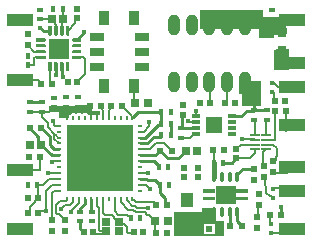
<source format=gtl>
G04*
G04 #@! TF.GenerationSoftware,Altium Limited,Altium Designer,23.3.1 (30)*
G04*
G04 Layer_Physical_Order=1*
G04 Layer_Color=255*
%FSLAX44Y44*%
%MOMM*%
G71*
G04*
G04 #@! TF.SameCoordinates,837CF2E7-3A67-4F18-B0B9-64CBEB55FE63*
G04*
G04*
G04 #@! TF.FilePolarity,Positive*
G04*
G01*
G75*
%ADD10C,0.3810*%
%ADD13C,0.2540*%
%ADD19R,0.5000X0.4000*%
%ADD20R,0.5500X0.5500*%
%ADD21R,0.5500X0.5500*%
%ADD22R,0.8500X1.2500*%
%ADD23R,1.2500X0.6500*%
%ADD24O,1.0000X1.8000*%
%ADD25R,0.7500X0.6500*%
%ADD26R,0.5682X0.5725*%
%ADD27R,0.6500X0.7500*%
%ADD28R,0.4725X0.4682*%
%ADD29R,0.7500X0.3000*%
%ADD30R,1.3600X1.4600*%
%ADD31R,0.4500X0.5000*%
%ADD32C,0.2700*%
%ADD33R,0.4000X0.5000*%
%ADD34R,0.5725X0.5682*%
%ADD35R,0.5153X0.4725*%
%ADD36R,0.6000X0.5500*%
%ADD37R,0.7000X0.6500*%
%ADD38R,0.4725X0.5153*%
G04:AMPARAMS|DCode=39|XSize=1.75mm|YSize=1.5mm|CornerRadius=0.0525mm|HoleSize=0mm|Usage=FLASHONLY|Rotation=180.000|XOffset=0mm|YOffset=0mm|HoleType=Round|Shape=RoundedRectangle|*
%AMROUNDEDRECTD39*
21,1,1.7500,1.3950,0,0,180.0*
21,1,1.6450,1.5000,0,0,180.0*
1,1,0.1050,-0.8225,0.6975*
1,1,0.1050,0.8225,0.6975*
1,1,0.1050,0.8225,-0.6975*
1,1,0.1050,-0.8225,-0.6975*
%
%ADD39ROUNDEDRECTD39*%
G04:AMPARAMS|DCode=40|XSize=0.35mm|YSize=0.85mm|CornerRadius=0.0508mm|HoleSize=0mm|Usage=FLASHONLY|Rotation=180.000|XOffset=0mm|YOffset=0mm|HoleType=Round|Shape=RoundedRectangle|*
%AMROUNDEDRECTD40*
21,1,0.3500,0.7485,0,0,180.0*
21,1,0.2485,0.8500,0,0,180.0*
1,1,0.1015,-0.1243,0.3743*
1,1,0.1015,0.1243,0.3743*
1,1,0.1015,0.1243,-0.3743*
1,1,0.1015,-0.1243,-0.3743*
%
%ADD40ROUNDEDRECTD40*%
%ADD41R,0.5000X0.5000*%
%ADD42R,1.1121X1.2578*%
%ADD43R,0.4500X0.4500*%
%ADD44R,0.7154X0.6725*%
%ADD45R,5.6000X5.6000*%
%ADD46O,0.2500X0.4000*%
%ADD47O,0.4000X0.2500*%
%ADD48R,0.8128X0.2032*%
%ADD49R,0.7000X0.7000*%
%ADD67R,1.8000X1.8000*%
%ADD72C,0.1270*%
%ADD73C,0.2032*%
%ADD74R,2.2000X1.1000*%
%ADD75C,0.4064*%
%ADD76C,0.5000*%
%ADD77C,0.3556*%
G36*
X117732Y224705D02*
Y224407D01*
X117503Y223856D01*
X117082Y223434D01*
X116530Y223205D01*
X115934D01*
X115382Y223434D01*
X114960Y223856D01*
X114732Y224407D01*
Y224705D01*
X114732D01*
Y231205D01*
X117732D01*
Y224705D01*
D02*
G37*
G36*
X112732D02*
Y224407D01*
X112503Y223856D01*
X112082Y223434D01*
X111530Y223205D01*
X110934D01*
X110382Y223434D01*
X109960Y223856D01*
X109732Y224407D01*
Y224705D01*
Y231205D01*
X112732D01*
Y224705D01*
D02*
G37*
G36*
X107732D02*
Y224407D01*
X107503Y223856D01*
X107082Y223434D01*
X106530Y223205D01*
X105934D01*
X105382Y223434D01*
X104960Y223856D01*
X104732Y224407D01*
Y224705D01*
Y231205D01*
X107732D01*
Y224705D01*
D02*
G37*
G36*
X102732D02*
Y224407D01*
X102503Y223856D01*
X102082Y223434D01*
X101530Y223205D01*
X100934D01*
X100382Y223434D01*
X99960Y223856D01*
X99732Y224407D01*
Y224705D01*
Y231205D01*
X102732D01*
X102732Y224705D01*
D02*
G37*
G36*
X281940Y238923D02*
X300990D01*
Y234950D01*
X301476Y224629D01*
X300599Y223710D01*
X290830D01*
Y220980D01*
X278130D01*
Y228600D01*
X228600D01*
Y245110D01*
X281940D01*
Y238923D01*
D02*
G37*
G36*
X127732Y218205D02*
X121232Y218205D01*
X120934D01*
X120382Y218434D01*
X119960Y218856D01*
X119732Y219407D01*
Y219705D01*
Y220004D01*
X119960Y220555D01*
X120382Y220977D01*
X120934Y221205D01*
X127732D01*
Y218205D01*
D02*
G37*
G36*
X97082Y220977D02*
X97503Y220555D01*
X97732Y220004D01*
Y219705D01*
Y219407D01*
X97503Y218856D01*
X97082Y218434D01*
X96530Y218205D01*
X96232D01*
Y218205D01*
X89732D01*
Y221205D01*
X96530D01*
X97082Y220977D01*
D02*
G37*
G36*
X127732Y213205D02*
X120934D01*
X120382Y213434D01*
X119960Y213856D01*
X119732Y214407D01*
Y214705D01*
Y215004D01*
X119960Y215555D01*
X120382Y215977D01*
X120934Y216205D01*
X127732D01*
Y213205D01*
D02*
G37*
G36*
X97082Y215977D02*
X97503Y215555D01*
X97732Y215004D01*
Y214705D01*
Y214407D01*
X97503Y213856D01*
X97082Y213434D01*
X96530Y213205D01*
X89732D01*
Y216205D01*
X96530D01*
X97082Y215977D01*
D02*
G37*
G36*
X127732Y208205D02*
X120934D01*
X120382Y208434D01*
X119960Y208856D01*
X119732Y209407D01*
Y209705D01*
Y210004D01*
X119960Y210555D01*
X120382Y210977D01*
X120934Y211205D01*
X127732D01*
Y208205D01*
D02*
G37*
G36*
X97082Y210977D02*
X97503Y210555D01*
X97732Y210004D01*
Y209705D01*
Y209407D01*
X97503Y208856D01*
X97082Y208434D01*
X96530Y208205D01*
X89732D01*
Y211205D01*
X96530D01*
X97082Y210977D01*
D02*
G37*
G36*
X127732Y203205D02*
X120934D01*
X120382Y203434D01*
X119960Y203856D01*
X119732Y204407D01*
Y204705D01*
Y205004D01*
X119960Y205555D01*
X120382Y205977D01*
X120934Y206205D01*
X121232D01*
Y206205D01*
X127732D01*
Y203205D01*
D02*
G37*
G36*
X96232Y206205D02*
X96530D01*
X97082Y205977D01*
X97503Y205555D01*
X97732Y205004D01*
Y204705D01*
Y204407D01*
X97503Y203856D01*
X97082Y203434D01*
X96530Y203205D01*
X89732D01*
Y206205D01*
X96232Y206205D01*
D02*
G37*
G36*
X303610Y194190D02*
X291243D01*
Y211228D01*
X294519Y211573D01*
X303610D01*
Y194190D01*
D02*
G37*
G36*
X117082Y200977D02*
X117503Y200555D01*
X117732Y200004D01*
Y199705D01*
Y193205D01*
X114732D01*
X114732Y199705D01*
Y200004D01*
X114960Y200555D01*
X115382Y200977D01*
X115934Y201205D01*
X116530D01*
X117082Y200977D01*
D02*
G37*
G36*
X112082D02*
X112503Y200555D01*
X112732Y200004D01*
Y199705D01*
Y193205D01*
X109732D01*
Y199705D01*
Y200004D01*
X109960Y200555D01*
X110382Y200977D01*
X110934Y201205D01*
X111530D01*
X112082Y200977D01*
D02*
G37*
G36*
X107082D02*
X107503Y200555D01*
X107732Y200004D01*
Y199705D01*
Y193205D01*
X104732D01*
Y199705D01*
Y200004D01*
X104960Y200555D01*
X105382Y200977D01*
X105934Y201205D01*
X106530D01*
X107082Y200977D01*
D02*
G37*
G36*
X102082D02*
X102503Y200555D01*
X102732Y200004D01*
Y199705D01*
X102732D01*
Y193205D01*
X99732D01*
Y199705D01*
Y200004D01*
X99960Y200555D01*
X100382Y200977D01*
X100934Y201205D01*
X101530D01*
X102082Y200977D01*
D02*
G37*
G36*
X280289Y163830D02*
X264160D01*
Y173990D01*
X261220D01*
Y184363D01*
Y184709D01*
X280289D01*
Y163830D01*
D02*
G37*
G36*
X136915Y165787D02*
Y159460D01*
X139418D01*
Y159048D01*
X143291D01*
Y156218D01*
X143286Y156210D01*
X133734D01*
X133376Y156746D01*
X132291Y157472D01*
X131010Y157726D01*
X129729Y157472D01*
X128644Y156746D01*
X128376D01*
X127291Y157472D01*
X126010Y157726D01*
X124729Y157472D01*
X123644Y156746D01*
X123376D01*
X122291Y157472D01*
X121010Y157726D01*
X119729Y157472D01*
X118644Y156746D01*
X118286Y156210D01*
X117248D01*
Y153670D01*
X109220D01*
Y158784D01*
X100261D01*
Y163783D01*
X133270D01*
Y164991D01*
X134183Y165874D01*
X136915Y165787D01*
D02*
G37*
G36*
X269050Y90320D02*
X258800D01*
Y93120D01*
X269050D01*
Y90320D01*
D02*
G37*
G36*
X241300D02*
X231050D01*
Y93120D01*
X241300D01*
Y90320D01*
D02*
G37*
G36*
X269050Y83820D02*
X258800D01*
Y86620D01*
X269050D01*
Y83820D01*
D02*
G37*
G36*
X241300D02*
X231050D01*
Y86620D01*
X241300D01*
Y83820D01*
D02*
G37*
G36*
X242050Y75090D02*
Y66040D01*
X248785D01*
Y53340D01*
X206640D01*
Y73799D01*
X229870D01*
Y77470D01*
X242050D01*
Y75090D01*
D02*
G37*
%LPC*%
G36*
X240853Y64084D02*
X231636D01*
Y55296D01*
X240853D01*
Y64084D01*
D02*
G37*
%LPD*%
D10*
X240100Y114652D02*
X240300Y114452D01*
Y103220D02*
Y114452D01*
X240100Y114652D02*
Y115152D01*
D13*
X111232Y189300D02*
X111814Y188718D01*
X111232Y189300D02*
Y197205D01*
X111814Y188305D02*
Y188718D01*
X274130Y160210D02*
Y167544D01*
Y160210D02*
X274320Y160020D01*
X274323Y160023D02*
X285040D01*
X274320Y160020D02*
X274323Y160023D01*
X285040D02*
X285043Y160025D01*
X212817Y144998D02*
Y155447D01*
X213685Y156314D01*
X212435Y144616D02*
X212817Y144998D01*
X203366Y138796D02*
Y148566D01*
X203390Y148590D01*
X203341Y138771D02*
X203366Y138796D01*
X195580Y148590D02*
Y158250D01*
X175757Y158377D02*
X195207D01*
X171740Y154360D02*
X175757Y158377D01*
X195207D02*
X195580Y158750D01*
X195390Y148590D02*
X195580D01*
X84223Y166784D02*
X94308D01*
X123732Y219705D02*
X130036Y226010D01*
X92710Y229870D02*
X93122D01*
X95787Y227205D01*
X101232D01*
X106232Y189529D02*
X106312Y189449D01*
X106232Y189529D02*
Y197051D01*
X127000Y59294D02*
X129599Y56695D01*
X127000Y59294D02*
Y65850D01*
X129599Y56695D02*
X129814D01*
X258946Y119166D02*
X258968D01*
X254932Y115152D02*
X258946Y119166D01*
X248100Y115152D02*
X254932D01*
X296533Y71187D02*
X296600Y71120D01*
X296533Y71187D02*
Y78166D01*
X296466Y78233D02*
X296533Y78166D01*
X218745Y144616D02*
X218751Y144622D01*
X224832D02*
X225030Y144820D01*
X212435Y144616D02*
X218745D01*
X218751Y144622D02*
X224832D01*
X263065Y154820D02*
X268010Y159765D01*
X274065D02*
X274320Y160020D01*
X255030Y154820D02*
X263065D01*
X268010Y159765D02*
X274065D01*
X100867Y130308D02*
Y137813D01*
Y130308D02*
X104276Y126900D01*
X109240D01*
X91379Y132902D02*
Y137301D01*
Y132902D02*
X93471Y130810D01*
X93686D01*
X83900Y144780D02*
X91379Y137301D01*
X93900Y144780D02*
X100867Y137813D01*
X109240Y126900D02*
X109260Y126880D01*
X93900Y130810D02*
X102830Y121880D01*
X93686Y130810D02*
X93900D01*
X102830Y121880D02*
X109260D01*
X171010Y154340D02*
X171030Y154360D01*
X171740D01*
X182041Y136880D02*
X192521Y147360D01*
X194660D02*
X195390Y148090D01*
X177760Y136880D02*
X182041D01*
X195390Y148090D02*
Y148590D01*
X192521Y147360D02*
X194660D01*
X183720Y131880D02*
X189531Y137691D01*
X194611D02*
X195341Y138421D01*
X177760Y131880D02*
X183720D01*
X189531Y137691D02*
X194611D01*
X195341Y138421D02*
Y138771D01*
X209478Y119228D02*
X215980Y125730D01*
X200812Y119228D02*
X209478D01*
X215980Y125730D02*
X216194D01*
X194310D02*
X200812Y119228D01*
X190460Y121880D02*
X194310Y125730D01*
X177760Y121880D02*
X190460D01*
X189202Y116880D02*
X193507Y112575D01*
X177760Y116880D02*
X189202D01*
X193507Y112074D02*
Y112575D01*
X177780Y101860D02*
X183097D01*
X183624Y101333D02*
X189713D01*
X194035Y96511D02*
Y97011D01*
X177760Y101880D02*
X177780Y101860D01*
X183097D02*
X183624Y101333D01*
X189713D02*
X194035Y97011D01*
Y90201D02*
X198852Y85384D01*
Y81375D02*
X200423Y79804D01*
X194035Y90201D02*
Y96511D01*
X198852Y81375D02*
Y85384D01*
X259800Y105720D02*
X264265Y110185D01*
X273948D01*
X259800Y103220D02*
Y105720D01*
X253620Y62120D02*
Y73400D01*
X253300Y73720D02*
X253620Y73400D01*
Y62120D02*
X253940Y61800D01*
X259800Y65940D02*
Y73720D01*
Y65940D02*
X263940Y61800D01*
X136010Y74580D02*
Y85130D01*
Y74580D02*
X136740Y73850D01*
X137160D01*
X127000D02*
Y76850D01*
X130990Y80840D01*
Y85110D01*
X131010Y85130D01*
D19*
X285043Y160025D02*
D03*
Y152025D02*
D03*
X212435Y144616D02*
D03*
Y136616D02*
D03*
X115165Y171084D02*
D03*
Y163084D02*
D03*
X125172Y171084D02*
D03*
Y163084D02*
D03*
X127000Y65850D02*
D03*
Y73850D02*
D03*
X137160Y65850D02*
D03*
Y73850D02*
D03*
X92710Y237300D02*
D03*
Y245300D02*
D03*
X289523Y244999D02*
D03*
Y236999D02*
D03*
X274320Y160020D02*
D03*
Y152020D02*
D03*
X84223Y158784D02*
D03*
Y166784D02*
D03*
X94308Y158784D02*
D03*
Y166784D02*
D03*
X104642Y162395D02*
D03*
Y170395D02*
D03*
D20*
X301115Y159313D02*
D03*
X292115D02*
D03*
X200038Y56415D02*
D03*
X191038D02*
D03*
X287600Y71120D02*
D03*
X296600D02*
D03*
X135200Y163830D02*
D03*
X144200D02*
D03*
X161980D02*
D03*
X152980D02*
D03*
X300410Y167640D02*
D03*
X291410D02*
D03*
D21*
X290150Y117058D02*
D03*
Y108058D02*
D03*
X82550Y224210D02*
D03*
Y215210D02*
D03*
X282023Y103704D02*
D03*
Y112704D02*
D03*
D22*
X172720Y238300D02*
D03*
X147320D02*
D03*
X172720Y180800D02*
D03*
X147320D02*
D03*
D23*
X178770Y196850D02*
D03*
Y209550D02*
D03*
Y222250D02*
D03*
X141270Y196850D02*
D03*
Y209550D02*
D03*
Y222250D02*
D03*
D24*
X266220Y232280D02*
D03*
X251220D02*
D03*
X236220D02*
D03*
X221220D02*
D03*
X206220D02*
D03*
X266220Y184280D02*
D03*
X251220D02*
D03*
X236220D02*
D03*
X221220D02*
D03*
X206220D02*
D03*
D25*
X148890Y57664D02*
D03*
X159390D02*
D03*
Y65164D02*
D03*
X148890D02*
D03*
D26*
X91284Y73314D02*
D03*
X82241D02*
D03*
X200423Y79804D02*
D03*
X191380D02*
D03*
X102863Y182561D02*
D03*
X93820D02*
D03*
X248287Y126105D02*
D03*
X239244D02*
D03*
X92504Y120225D02*
D03*
X83461D02*
D03*
X91463Y86082D02*
D03*
X82420D02*
D03*
D27*
X173570Y166370D02*
D03*
X184570D02*
D03*
X201127Y66214D02*
D03*
X190127D02*
D03*
D28*
X213685Y156314D02*
D03*
Y164357D02*
D03*
X258968Y127209D02*
D03*
Y119166D02*
D03*
D29*
X225030Y139820D02*
D03*
Y144820D02*
D03*
Y149820D02*
D03*
Y154820D02*
D03*
X255030D02*
D03*
Y149820D02*
D03*
Y144820D02*
D03*
Y139820D02*
D03*
D30*
X240030Y147320D02*
D03*
D31*
X82550Y205680D02*
D03*
Y198180D02*
D03*
D32*
X93732Y209705D02*
D03*
X116232Y197205D02*
D03*
X111232D02*
D03*
X106232Y197051D02*
D03*
X101232Y197205D02*
D03*
X93732Y204705D02*
D03*
X93578Y214705D02*
D03*
X93732Y219705D02*
D03*
X101232Y227205D02*
D03*
X106232D02*
D03*
X111232Y227360D02*
D03*
X116232Y227205D02*
D03*
X123732Y219705D02*
D03*
Y214705D02*
D03*
X123886Y209705D02*
D03*
X123732Y204705D02*
D03*
D33*
X195390Y148590D02*
D03*
X203390D02*
D03*
X193507Y112074D02*
D03*
X201507D02*
D03*
X177431Y68506D02*
D03*
X169431D02*
D03*
X240100Y115152D02*
D03*
X248100D02*
D03*
X194035Y96511D02*
D03*
X202035D02*
D03*
X195341Y138771D02*
D03*
X203341D02*
D03*
X195580Y158750D02*
D03*
X203580D02*
D03*
X112143Y245830D02*
D03*
X104143D02*
D03*
X90331Y96712D02*
D03*
X82331D02*
D03*
D34*
X273948Y101142D02*
D03*
Y110185D02*
D03*
X102870Y66751D02*
D03*
Y57709D02*
D03*
X278104Y88932D02*
D03*
Y79889D02*
D03*
X276860Y60248D02*
D03*
Y69292D02*
D03*
X114300Y57709D02*
D03*
Y66751D02*
D03*
D35*
X243816Y59690D02*
D03*
X236244D02*
D03*
X137385Y56695D02*
D03*
X129814D02*
D03*
X172770Y57076D02*
D03*
X180341D02*
D03*
X116602Y183659D02*
D03*
X124173D02*
D03*
D36*
X228160Y166370D02*
D03*
X236660D02*
D03*
X258250D02*
D03*
X249750D02*
D03*
D37*
X112376Y237259D02*
D03*
X102876D02*
D03*
D38*
X124157Y245629D02*
D03*
Y238058D02*
D03*
X226320Y111318D02*
D03*
Y103747D02*
D03*
X214890Y111318D02*
D03*
Y103747D02*
D03*
D39*
X250050Y88470D02*
D03*
D40*
X259800Y103220D02*
D03*
X253300D02*
D03*
X246800D02*
D03*
X240300D02*
D03*
X259800Y73720D02*
D03*
X253300D02*
D03*
X246800D02*
D03*
X240300D02*
D03*
D41*
X253940Y61800D02*
D03*
X263940D02*
D03*
X204310Y125730D02*
D03*
X194310D02*
D03*
X83900Y144780D02*
D03*
X93900D02*
D03*
D42*
X217430Y67510D02*
D03*
Y84054D02*
D03*
D43*
X289720Y93638D02*
D03*
Y85638D02*
D03*
X288736Y63916D02*
D03*
Y55916D02*
D03*
X289560Y175070D02*
D03*
Y183070D02*
D03*
D44*
X216194Y125730D02*
D03*
X225766D02*
D03*
X84114Y130810D02*
D03*
X93686D02*
D03*
D45*
X143510Y119380D02*
D03*
D46*
X171010Y85130D02*
D03*
X166010D02*
D03*
X161010D02*
D03*
X156010D02*
D03*
X151010D02*
D03*
X146010D02*
D03*
X141010D02*
D03*
X136010D02*
D03*
X131010D02*
D03*
X126010D02*
D03*
X121010D02*
D03*
X116010D02*
D03*
Y153630D02*
D03*
X121010D02*
D03*
X126010D02*
D03*
X131010D02*
D03*
X136010D02*
D03*
X141010D02*
D03*
X146010D02*
D03*
X151010D02*
D03*
X156010D02*
D03*
X161010D02*
D03*
X166010D02*
D03*
X171010D02*
D03*
D47*
X109260Y91880D02*
D03*
Y96880D02*
D03*
Y101880D02*
D03*
Y106880D02*
D03*
Y111880D02*
D03*
Y116880D02*
D03*
Y121880D02*
D03*
Y126880D02*
D03*
Y131880D02*
D03*
Y136880D02*
D03*
Y141880D02*
D03*
Y146880D02*
D03*
X177760D02*
D03*
Y141880D02*
D03*
Y136880D02*
D03*
Y131880D02*
D03*
Y96880D02*
D03*
Y101880D02*
D03*
Y106880D02*
D03*
Y111880D02*
D03*
Y116880D02*
D03*
Y121880D02*
D03*
Y126880D02*
D03*
Y91880D02*
D03*
D48*
X284480Y139000D02*
D03*
Y135000D02*
D03*
Y131000D02*
D03*
Y127000D02*
D03*
X274574D02*
D03*
Y131000D02*
D03*
Y135000D02*
D03*
Y139000D02*
D03*
D49*
X298019Y211094D02*
D03*
Y225094D02*
D03*
D67*
X108732Y212205D02*
D03*
D72*
X152980Y163830D02*
G03*
X151010Y159074I4756J-4756D01*
G01*
X146010Y159460D02*
G03*
X144200Y163830I-6180J0D01*
G01*
X291720Y135000D02*
Y157198D01*
X292115Y159313D01*
X300990Y142825D02*
Y159313D01*
Y142825D02*
X305855Y147690D01*
X306070D01*
X290541Y86459D02*
X290830Y86170D01*
X287850Y87458D02*
X288105Y87253D01*
X284480Y90170D02*
X287850Y87458D01*
X288105Y87253D02*
X289720Y85638D01*
X296796Y55916D02*
X300570Y59690D01*
X287437Y55916D02*
X296796D01*
X287600Y63967D02*
X289283D01*
X287600D02*
Y71120D01*
X290830Y107260D02*
X301640D01*
X306070Y111690D01*
X102835Y237300D02*
X105490Y234645D01*
X106232Y227205D02*
Y232228D01*
X105490Y232970D02*
Y234645D01*
Y232970D02*
X106232Y232228D01*
X99626Y106926D02*
X109214D01*
X99580Y106972D02*
X99626Y106926D01*
X109214D02*
X109260Y106880D01*
X104804Y140046D02*
X106888Y137963D01*
X99441Y145409D02*
X104804Y140046D01*
Y135586D02*
Y140046D01*
X108510Y131880D02*
X109260D01*
X104804Y135586D02*
X108510Y131880D01*
X94308Y154612D02*
Y158784D01*
Y154612D02*
X99441Y149479D01*
Y145409D02*
Y149479D01*
X106888Y137963D02*
X107094D01*
X108177Y136880D01*
X109260D01*
X104611Y147624D02*
X105355Y146880D01*
X104140Y151130D02*
X104611Y150659D01*
X105355Y146880D02*
X109260D01*
X104611Y147624D02*
Y150659D01*
X106172Y72924D02*
Y79507D01*
X109869Y83204D01*
X107214Y71883D02*
X109147D01*
X106172Y72924D02*
X107214Y71883D01*
X119000Y73695D02*
Y74418D01*
X125775Y81192D01*
Y84895D01*
X92504Y120225D02*
X92799Y119930D01*
Y109690D02*
Y119930D01*
X177815Y106935D02*
X184549D01*
X177760Y106880D02*
X177815Y106935D01*
X184549D02*
X184605Y106991D01*
X96809Y74930D02*
Y75155D01*
X97790Y74930D02*
Y91507D01*
X91284Y73314D02*
X92900Y74930D01*
X96809D01*
X82550Y215210D02*
X88055Y209705D01*
X93732D01*
X82550Y198180D02*
X87353D01*
X88097Y198924D01*
Y203961D01*
X88841Y204705D01*
X93732D01*
X151010Y153630D02*
Y159074D01*
X146010Y153630D02*
Y159460D01*
X112143Y237492D02*
X112376Y237259D01*
X112143Y237492D02*
Y245830D01*
X111232Y227360D02*
Y236116D01*
X112376Y237259D01*
X92710Y237300D02*
X102835D01*
X218151Y150496D02*
X218489Y150158D01*
X224692D01*
X225030Y149820D01*
Y154820D02*
Y159558D01*
X190127Y58152D02*
X190959Y57320D01*
X190127Y58152D02*
Y66214D01*
X185341Y71501D02*
X190127Y66715D01*
Y66214D02*
Y66715D01*
X183465Y71501D02*
X185341D01*
X181293Y73673D02*
X183465Y71501D01*
X173833Y73673D02*
X181293D01*
X171729Y75776D02*
X173833Y73673D01*
X167582Y75776D02*
X171729D01*
X161245Y82113D02*
X167582Y75776D01*
X161010Y85130D02*
X161245Y84895D01*
Y82113D02*
Y84895D01*
X184050Y77370D02*
X184150Y77470D01*
X174805Y77370D02*
X184050D01*
X173097Y79078D02*
X174805Y77370D01*
X166584Y56838D02*
X167328Y56094D01*
X166584Y56838D02*
Y61242D01*
X171788Y56094D02*
X172770Y57076D01*
X167328Y56094D02*
X171788D01*
X160973Y63581D02*
X164245D01*
X166584Y61242D01*
X159390Y65164D02*
X160973Y63581D01*
X155308Y68747D02*
X158890Y65164D01*
X153745Y71081D02*
X155308Y69519D01*
X158890Y65164D02*
X159390D01*
X155308Y68747D02*
Y69519D01*
X147887Y71081D02*
X153745D01*
X145810Y73158D02*
Y84930D01*
Y73158D02*
X147887Y71081D01*
X145810Y84930D02*
X146010Y85130D01*
X143352Y54967D02*
X143433Y55049D01*
X146276D02*
X148890Y57664D01*
X143433Y55049D02*
X146276D01*
X137385Y56695D02*
X139112Y54967D01*
X143352D01*
X143525Y57664D02*
X148890D01*
X142473Y58715D02*
X143525Y57664D01*
X142473Y58715D02*
Y69519D01*
X142508Y69553D01*
Y77477D01*
X141010Y78975D02*
Y85130D01*
Y78975D02*
X142508Y77477D01*
X166010Y84047D02*
Y85130D01*
X170772Y79078D02*
X173097D01*
X166010Y84047D02*
X167093Y82964D01*
Y82758D02*
X170772Y79078D01*
X167093Y82758D02*
Y82964D01*
X109147Y71883D02*
X114278Y66751D01*
X114300D01*
X109869Y83204D02*
X114501D01*
X116010Y84713D01*
Y85130D01*
X110872Y76582D02*
X114134Y79844D01*
X118401D02*
X120775Y82218D01*
X114134Y79844D02*
X118401D01*
X120775Y82218D02*
Y84895D01*
X121010Y85130D01*
X125775Y84895D02*
X126010Y85130D01*
X102870Y66751D02*
Y90170D01*
X104580Y91880D01*
X109260D01*
X97790Y91507D02*
X103163Y96880D01*
X109260D01*
X251220Y167840D02*
Y184280D01*
X249750Y166370D02*
X251220Y167840D01*
X236440Y166590D02*
Y184060D01*
X290830Y168220D02*
X291410Y167640D01*
X290830Y168220D02*
Y175070D01*
X263630Y135699D02*
X264012Y135317D01*
X274257D01*
X274574Y135000D01*
X258989Y127209D02*
X262780Y131000D01*
X274574D01*
X258968Y127209D02*
X258989D01*
X284480Y135000D02*
X291720D01*
X293297Y121544D02*
Y128144D01*
X290441Y131000D02*
X293297Y128144D01*
X292483Y120731D02*
X293297Y121544D01*
X292483Y117913D02*
Y120731D01*
X290830Y116260D02*
X292483Y117913D01*
X284480Y131000D02*
X290441D01*
X284480Y90170D02*
Y95244D01*
X283210Y96514D02*
X284480Y95244D01*
X283210Y96514D02*
Y103702D01*
X300570Y59690D02*
X306070D01*
X290830Y94170D02*
X303590D01*
X306070Y91690D01*
X290830Y183070D02*
X293909Y179991D01*
X305769D02*
X306070Y179690D01*
X293909Y179991D02*
X305769D01*
X90913Y185490D02*
X93820Y182583D01*
X76200Y185490D02*
X90913D01*
X93820Y182561D02*
Y182583D01*
X76200Y109690D02*
X92799D01*
X171010Y154340D02*
Y154713D01*
Y153630D02*
Y154340D01*
X169927Y155796D02*
Y156003D01*
X167180Y158750D02*
X169927Y156003D01*
X167060Y158750D02*
X167180D01*
X169927Y155796D02*
X171010Y154713D01*
X161980Y163830D02*
X167060Y158750D01*
X172720Y167220D02*
X173570Y166370D01*
X172720Y167220D02*
Y180800D01*
X180477Y141835D02*
X185420Y146779D01*
Y149860D01*
X177760Y141880D02*
X177805Y141835D01*
X180477D01*
X189174Y82031D02*
X191380Y79826D01*
X188804Y82380D02*
X189153Y82031D01*
X191380Y79804D02*
Y79826D01*
X189153Y82031D02*
X189174D01*
X173760Y82380D02*
X188804D01*
X171010Y84713D02*
X171578Y84145D01*
X171995D01*
X171010Y84713D02*
Y85130D01*
X171995Y84145D02*
X173760Y82380D01*
X182744Y96880D02*
X186301Y93323D01*
X177760Y96880D02*
X182744D01*
D73*
X284480Y151462D02*
X285043Y152025D01*
X281940Y112787D02*
Y124460D01*
Y112787D02*
X282023Y112704D01*
X281940Y124460D02*
X284480Y127000D01*
X101232Y182561D02*
Y197205D01*
X141010Y153630D02*
Y157630D01*
X136010Y153630D02*
Y159460D01*
X125545Y163457D02*
X134827D01*
X125172Y163084D02*
X125545Y163457D01*
X134827D02*
X135200Y163830D01*
X115165Y163084D02*
X125172D01*
X104986Y162739D02*
X114820D01*
X104642Y162395D02*
X104986Y162739D01*
X114820D02*
X115165Y163084D01*
X100531Y158784D02*
X104142Y162395D01*
X94308Y158784D02*
X100531D01*
X104142Y162395D02*
X104642D01*
X84223Y158784D02*
X94308D01*
X122811Y233784D02*
Y236712D01*
X116232Y227205D02*
X122811Y233784D01*
Y236712D02*
X124157Y238058D01*
X125734Y185219D02*
X130810Y190296D01*
Y203200D01*
X129305Y204705D02*
X130810Y203200D01*
X123732Y204705D02*
X129305D01*
X101232Y182561D02*
X102863D01*
X239672Y115580D02*
Y125677D01*
Y115580D02*
X240100Y115152D01*
X239244Y126105D02*
X239672Y125677D01*
X277482Y69913D02*
Y79267D01*
X276860Y69292D02*
X277482Y69913D01*
Y79267D02*
X278104Y79889D01*
X219576Y136616D02*
X222780Y139820D01*
X225030D01*
X212435Y136616D02*
X219576D01*
X169431Y68756D02*
Y69006D01*
X166769Y71667D02*
X169431Y69006D01*
X159045Y71667D02*
X166769D01*
X156010Y74702D02*
X159045Y71667D01*
X156010Y74702D02*
Y85130D01*
X88309Y82907D02*
X91463Y86061D01*
X84066Y77715D02*
X88309Y81958D01*
X82241Y73314D02*
X84066Y75139D01*
X91463Y86061D02*
Y86082D01*
X88309Y81958D02*
Y82907D01*
X84066Y75139D02*
Y77715D01*
X90897Y86648D02*
X91463Y86082D01*
X90331Y96712D02*
X90897Y96147D01*
Y86648D02*
Y96147D01*
X102910Y116546D02*
X103154Y116791D01*
X109171D01*
X109260Y116880D01*
X95442Y96712D02*
X100610Y101880D01*
X109260D01*
X90331Y96712D02*
X95442D01*
X236440Y166590D02*
X236660Y166370D01*
X236220Y184280D02*
X236440Y184060D01*
X284480Y139000D02*
Y151462D01*
X274320Y152020D02*
X274574Y151766D01*
Y139000D02*
Y151766D01*
X270296Y119166D02*
X274574Y123444D01*
Y127000D01*
X258968Y119166D02*
X270296D01*
X197960Y132080D02*
X204310Y125730D01*
X191350Y132080D02*
X197960D01*
X186150Y126880D02*
X191350Y132080D01*
X177760Y126880D02*
X186150D01*
D74*
X306070Y147690D02*
D03*
Y111690D02*
D03*
Y236690D02*
D03*
Y199690D02*
D03*
Y91690D02*
D03*
Y179690D02*
D03*
X76200Y185490D02*
D03*
Y109690D02*
D03*
Y236690D02*
D03*
Y59690D02*
D03*
X306070Y59690D02*
D03*
D75*
X285043Y152025D02*
D03*
X111814Y188305D02*
D03*
X147896Y178507D02*
D03*
X208850Y70825D02*
D03*
X99580Y106972D02*
D03*
X104140Y151130D02*
D03*
X119000Y73695D02*
D03*
X184605Y106991D02*
D03*
X289523Y244999D02*
D03*
X130036Y226010D02*
D03*
X92710Y229870D02*
D03*
X106312Y189449D02*
D03*
X83461Y120225D02*
D03*
X97790Y74930D02*
D03*
X82241Y73314D02*
D03*
X248287Y126105D02*
D03*
X296466Y78233D02*
D03*
X152980Y163830D02*
D03*
X104143Y245830D02*
D03*
X92710Y245300D02*
D03*
X144200Y163830D02*
D03*
X190127Y66214D02*
D03*
X212435Y136616D02*
D03*
X218151Y150496D02*
D03*
X225030Y159558D02*
D03*
X201127Y66214D02*
D03*
X184150Y77470D02*
D03*
X110872Y76582D02*
D03*
X114300Y57709D02*
D03*
X102870D02*
D03*
X82420Y86082D02*
D03*
X102910Y116546D02*
D03*
X82331Y96712D02*
D03*
X206220Y232280D02*
D03*
X267970Y166370D02*
D03*
X221220Y184280D02*
D03*
X206220D02*
D03*
X249750Y166370D02*
D03*
X236660D02*
D03*
X228160D02*
D03*
X258250D02*
D03*
X291410Y167640D02*
D03*
X274320Y152020D02*
D03*
Y160020D02*
D03*
X263630Y135699D02*
D03*
X258989Y127209D02*
D03*
X282023Y103704D02*
D03*
X287600Y71120D02*
D03*
X84114Y130810D02*
D03*
X124173Y183659D02*
D03*
X116602D02*
D03*
X113847Y217418D02*
D03*
X102870Y207010D02*
D03*
X102863Y182561D02*
D03*
X82550Y205680D02*
D03*
Y224210D02*
D03*
X124157Y245629D02*
D03*
Y238058D02*
D03*
X141270Y209550D02*
D03*
Y222250D02*
D03*
X172720Y238300D02*
D03*
X147320D02*
D03*
X147196Y184454D02*
D03*
X94308Y158784D02*
D03*
Y166784D02*
D03*
X104642Y170395D02*
D03*
X115165Y171084D02*
D03*
X125172D02*
D03*
X115165Y163084D02*
D03*
X104642Y162395D02*
D03*
X125172Y163084D02*
D03*
X184570Y166370D02*
D03*
X213685Y164357D02*
D03*
X185420Y149860D02*
D03*
X195341Y138771D02*
D03*
X195390Y148590D02*
D03*
X213685Y156314D02*
D03*
X203580Y158750D02*
D03*
X203390Y148590D02*
D03*
X225766Y125730D02*
D03*
X193507Y112074D02*
D03*
X201507D02*
D03*
X194035Y96511D02*
D03*
X202035D02*
D03*
X214890Y111318D02*
D03*
Y103747D02*
D03*
X226320Y111318D02*
D03*
X240100Y115152D02*
D03*
X248100D02*
D03*
X226320Y103747D02*
D03*
X282023Y112704D02*
D03*
X273948Y110185D02*
D03*
Y101142D02*
D03*
X278104Y88932D02*
D03*
Y79889D02*
D03*
X276860Y60248D02*
D03*
X263940Y61800D02*
D03*
X246380Y85090D02*
D03*
X254662Y91436D02*
D03*
X254355Y84438D02*
D03*
X246380Y91440D02*
D03*
X243816Y59690D02*
D03*
X236244D02*
D03*
X217430Y84054D02*
D03*
Y67510D02*
D03*
X200038Y56415D02*
D03*
X169431Y68756D02*
D03*
X177431Y68506D02*
D03*
X180341Y57076D02*
D03*
X159390Y57664D02*
D03*
X148890Y65164D02*
D03*
X137160Y65850D02*
D03*
X127000D02*
D03*
X137160Y73850D02*
D03*
X127000D02*
D03*
X186301Y93323D02*
D03*
D76*
X240030Y147320D02*
D03*
X121510Y141380D02*
D03*
X132510D02*
D03*
X143510D02*
D03*
X154510D02*
D03*
X165510D02*
D03*
X121510Y130380D02*
D03*
X132510D02*
D03*
X143510D02*
D03*
X154510D02*
D03*
X165510D02*
D03*
X121510Y119380D02*
D03*
X132510D02*
D03*
X143510D02*
D03*
X154510D02*
D03*
X165510D02*
D03*
X121510Y108380D02*
D03*
X132510D02*
D03*
X143510D02*
D03*
X154510D02*
D03*
X165510D02*
D03*
X121510Y97380D02*
D03*
X132510D02*
D03*
X143510D02*
D03*
X154510D02*
D03*
X165510D02*
D03*
D77*
X300410Y167640D02*
D03*
M02*

</source>
